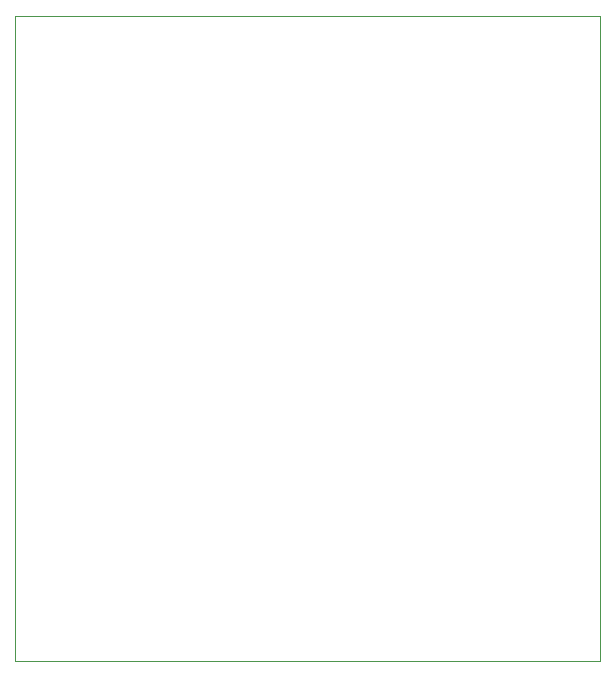
<source format=gbr>
G04 (created by PCBNEW (2013-may-18)-stable) date Wed 22 Oct 2014 04:49:01 PM CEST*
%MOIN*%
G04 Gerber Fmt 3.4, Leading zero omitted, Abs format*
%FSLAX34Y34*%
G01*
G70*
G90*
G04 APERTURE LIST*
%ADD10C,0.00590551*%
%ADD11C,0.00393701*%
G04 APERTURE END LIST*
G54D10*
G54D11*
X39250Y-13500D02*
X58750Y-13500D01*
X39250Y-35000D02*
X39250Y-13500D01*
X58750Y-35000D02*
X39250Y-35000D01*
X58750Y-13500D02*
X58750Y-35000D01*
M02*

</source>
